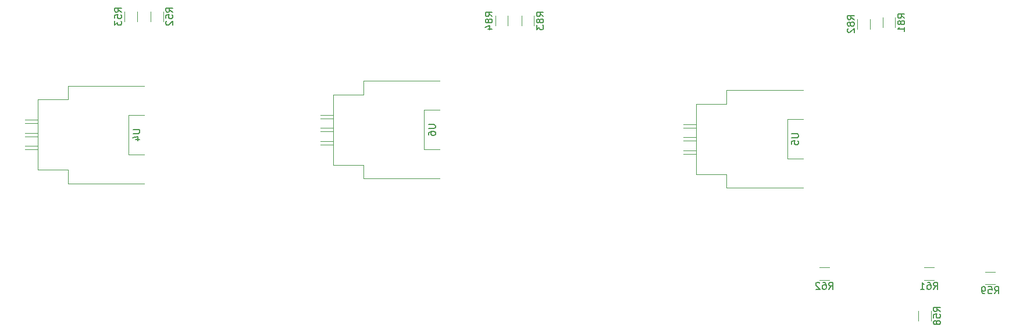
<source format=gbr>
%TF.GenerationSoftware,KiCad,Pcbnew,(5.1.10)-1*%
%TF.CreationDate,2022-02-15T22:19:06+02:00*%
%TF.ProjectId,SEM,53454d2e-6b69-4636-9164-5f7063625858,rev?*%
%TF.SameCoordinates,Original*%
%TF.FileFunction,Legend,Bot*%
%TF.FilePolarity,Positive*%
%FSLAX46Y46*%
G04 Gerber Fmt 4.6, Leading zero omitted, Abs format (unit mm)*
G04 Created by KiCad (PCBNEW (5.1.10)-1) date 2022-02-15 22:19:06*
%MOMM*%
%LPD*%
G01*
G04 APERTURE LIST*
%ADD10C,0.120000*%
%ADD11C,0.150000*%
G04 APERTURE END LIST*
D10*
%TO.C,R82*%
X165375000Y-93064436D02*
X165375000Y-94518564D01*
X163555000Y-93064436D02*
X163555000Y-94518564D01*
%TO.C,U4*%
X48620000Y-102815000D02*
X59740000Y-102815000D01*
X48620000Y-117055000D02*
X59740000Y-117055000D01*
X48620000Y-104815000D02*
X48620000Y-102815000D01*
X48620000Y-115055000D02*
X48620000Y-117055000D01*
X57460000Y-107055000D02*
X59740000Y-107055000D01*
X57460000Y-112815000D02*
X59740000Y-112815000D01*
X57460000Y-112815000D02*
X57460000Y-107055000D01*
X44220000Y-104815000D02*
X44220000Y-115055000D01*
X44220000Y-115055000D02*
X48620000Y-115055000D01*
X44220000Y-104815000D02*
X48620000Y-104815000D01*
X44220000Y-108280000D02*
X42340000Y-108280000D01*
X44220000Y-110190000D02*
X42340000Y-110190000D01*
X44220000Y-112100000D02*
X42340000Y-112100000D01*
X44220000Y-111590000D02*
X42340000Y-111590000D01*
X44220000Y-109680000D02*
X42340000Y-109680000D01*
X44220000Y-107770000D02*
X42340000Y-107770000D01*
%TO.C,U5*%
X144505000Y-103450000D02*
X155625000Y-103450000D01*
X144505000Y-117690000D02*
X155625000Y-117690000D01*
X144505000Y-105450000D02*
X144505000Y-103450000D01*
X144505000Y-115690000D02*
X144505000Y-117690000D01*
X153345000Y-107690000D02*
X155625000Y-107690000D01*
X153345000Y-113450000D02*
X155625000Y-113450000D01*
X153345000Y-113450000D02*
X153345000Y-107690000D01*
X140105000Y-105450000D02*
X140105000Y-115690000D01*
X140105000Y-115690000D02*
X144505000Y-115690000D01*
X140105000Y-105450000D02*
X144505000Y-105450000D01*
X140105000Y-108915000D02*
X138225000Y-108915000D01*
X140105000Y-110825000D02*
X138225000Y-110825000D01*
X140105000Y-112735000D02*
X138225000Y-112735000D01*
X140105000Y-112225000D02*
X138225000Y-112225000D01*
X140105000Y-110315000D02*
X138225000Y-110315000D01*
X140105000Y-108405000D02*
X138225000Y-108405000D01*
%TO.C,R59*%
X182152936Y-131720000D02*
X183607064Y-131720000D01*
X182152936Y-129900000D02*
X183607064Y-129900000D01*
%TO.C,R62*%
X158022936Y-131085000D02*
X159477064Y-131085000D01*
X158022936Y-129265000D02*
X159477064Y-129265000D01*
%TO.C,R53*%
X56875000Y-91982936D02*
X56875000Y-93437064D01*
X58695000Y-91982936D02*
X58695000Y-93437064D01*
%TO.C,R52*%
X62505000Y-93437064D02*
X62505000Y-91982936D01*
X60685000Y-93437064D02*
X60685000Y-91982936D01*
%TO.C,U6*%
X91635000Y-102095000D02*
X102755000Y-102095000D01*
X91635000Y-116335000D02*
X102755000Y-116335000D01*
X91635000Y-104095000D02*
X91635000Y-102095000D01*
X91635000Y-114335000D02*
X91635000Y-116335000D01*
X100475000Y-106335000D02*
X102755000Y-106335000D01*
X100475000Y-112095000D02*
X102755000Y-112095000D01*
X100475000Y-112095000D02*
X100475000Y-106335000D01*
X87235000Y-104095000D02*
X87235000Y-114335000D01*
X87235000Y-114335000D02*
X91635000Y-114335000D01*
X87235000Y-104095000D02*
X91635000Y-104095000D01*
X87235000Y-107560000D02*
X85355000Y-107560000D01*
X87235000Y-109470000D02*
X85355000Y-109470000D01*
X87235000Y-111380000D02*
X85355000Y-111380000D01*
X87235000Y-110870000D02*
X85355000Y-110870000D01*
X87235000Y-108960000D02*
X85355000Y-108960000D01*
X87235000Y-107050000D02*
X85355000Y-107050000D01*
%TO.C,R58*%
X174265000Y-137059564D02*
X174265000Y-135605436D01*
X172445000Y-137059564D02*
X172445000Y-135605436D01*
%TO.C,R84*%
X110850000Y-92617936D02*
X110850000Y-94072064D01*
X112670000Y-92617936D02*
X112670000Y-94072064D01*
%TO.C,R83*%
X116480000Y-94072064D02*
X116480000Y-92617936D01*
X114660000Y-94072064D02*
X114660000Y-92617936D01*
%TO.C,R61*%
X173262936Y-131085000D02*
X174717064Y-131085000D01*
X173262936Y-129265000D02*
X174717064Y-129265000D01*
%TO.C,R81*%
X167238000Y-94326064D02*
X167238000Y-92871936D01*
X169058000Y-94326064D02*
X169058000Y-92871936D01*
%TO.C,R82*%
D11*
X163097380Y-93148642D02*
X162621190Y-92815309D01*
X163097380Y-92577214D02*
X162097380Y-92577214D01*
X162097380Y-92958166D01*
X162145000Y-93053404D01*
X162192619Y-93101023D01*
X162287857Y-93148642D01*
X162430714Y-93148642D01*
X162525952Y-93101023D01*
X162573571Y-93053404D01*
X162621190Y-92958166D01*
X162621190Y-92577214D01*
X162525952Y-93720071D02*
X162478333Y-93624833D01*
X162430714Y-93577214D01*
X162335476Y-93529595D01*
X162287857Y-93529595D01*
X162192619Y-93577214D01*
X162145000Y-93624833D01*
X162097380Y-93720071D01*
X162097380Y-93910547D01*
X162145000Y-94005785D01*
X162192619Y-94053404D01*
X162287857Y-94101023D01*
X162335476Y-94101023D01*
X162430714Y-94053404D01*
X162478333Y-94005785D01*
X162525952Y-93910547D01*
X162525952Y-93720071D01*
X162573571Y-93624833D01*
X162621190Y-93577214D01*
X162716428Y-93529595D01*
X162906904Y-93529595D01*
X163002142Y-93577214D01*
X163049761Y-93624833D01*
X163097380Y-93720071D01*
X163097380Y-93910547D01*
X163049761Y-94005785D01*
X163002142Y-94053404D01*
X162906904Y-94101023D01*
X162716428Y-94101023D01*
X162621190Y-94053404D01*
X162573571Y-94005785D01*
X162525952Y-93910547D01*
X162192619Y-94481976D02*
X162145000Y-94529595D01*
X162097380Y-94624833D01*
X162097380Y-94862928D01*
X162145000Y-94958166D01*
X162192619Y-95005785D01*
X162287857Y-95053404D01*
X162383095Y-95053404D01*
X162525952Y-95005785D01*
X163097380Y-94434357D01*
X163097380Y-95053404D01*
%TO.C,U4*%
X58092380Y-109173095D02*
X58901904Y-109173095D01*
X58997142Y-109220714D01*
X59044761Y-109268333D01*
X59092380Y-109363571D01*
X59092380Y-109554047D01*
X59044761Y-109649285D01*
X58997142Y-109696904D01*
X58901904Y-109744523D01*
X58092380Y-109744523D01*
X58425714Y-110649285D02*
X59092380Y-110649285D01*
X58044761Y-110411190D02*
X58759047Y-110173095D01*
X58759047Y-110792142D01*
%TO.C,U5*%
X153977380Y-109808095D02*
X154786904Y-109808095D01*
X154882142Y-109855714D01*
X154929761Y-109903333D01*
X154977380Y-109998571D01*
X154977380Y-110189047D01*
X154929761Y-110284285D01*
X154882142Y-110331904D01*
X154786904Y-110379523D01*
X153977380Y-110379523D01*
X153977380Y-111331904D02*
X153977380Y-110855714D01*
X154453571Y-110808095D01*
X154405952Y-110855714D01*
X154358333Y-110950952D01*
X154358333Y-111189047D01*
X154405952Y-111284285D01*
X154453571Y-111331904D01*
X154548809Y-111379523D01*
X154786904Y-111379523D01*
X154882142Y-111331904D01*
X154929761Y-111284285D01*
X154977380Y-111189047D01*
X154977380Y-110950952D01*
X154929761Y-110855714D01*
X154882142Y-110808095D01*
%TO.C,R59*%
X183522857Y-133082380D02*
X183856190Y-132606190D01*
X184094285Y-133082380D02*
X184094285Y-132082380D01*
X183713333Y-132082380D01*
X183618095Y-132130000D01*
X183570476Y-132177619D01*
X183522857Y-132272857D01*
X183522857Y-132415714D01*
X183570476Y-132510952D01*
X183618095Y-132558571D01*
X183713333Y-132606190D01*
X184094285Y-132606190D01*
X182618095Y-132082380D02*
X183094285Y-132082380D01*
X183141904Y-132558571D01*
X183094285Y-132510952D01*
X182999047Y-132463333D01*
X182760952Y-132463333D01*
X182665714Y-132510952D01*
X182618095Y-132558571D01*
X182570476Y-132653809D01*
X182570476Y-132891904D01*
X182618095Y-132987142D01*
X182665714Y-133034761D01*
X182760952Y-133082380D01*
X182999047Y-133082380D01*
X183094285Y-133034761D01*
X183141904Y-132987142D01*
X182094285Y-133082380D02*
X181903809Y-133082380D01*
X181808571Y-133034761D01*
X181760952Y-132987142D01*
X181665714Y-132844285D01*
X181618095Y-132653809D01*
X181618095Y-132272857D01*
X181665714Y-132177619D01*
X181713333Y-132130000D01*
X181808571Y-132082380D01*
X181999047Y-132082380D01*
X182094285Y-132130000D01*
X182141904Y-132177619D01*
X182189523Y-132272857D01*
X182189523Y-132510952D01*
X182141904Y-132606190D01*
X182094285Y-132653809D01*
X181999047Y-132701428D01*
X181808571Y-132701428D01*
X181713333Y-132653809D01*
X181665714Y-132606190D01*
X181618095Y-132510952D01*
%TO.C,R62*%
X159392857Y-132447380D02*
X159726190Y-131971190D01*
X159964285Y-132447380D02*
X159964285Y-131447380D01*
X159583333Y-131447380D01*
X159488095Y-131495000D01*
X159440476Y-131542619D01*
X159392857Y-131637857D01*
X159392857Y-131780714D01*
X159440476Y-131875952D01*
X159488095Y-131923571D01*
X159583333Y-131971190D01*
X159964285Y-131971190D01*
X158535714Y-131447380D02*
X158726190Y-131447380D01*
X158821428Y-131495000D01*
X158869047Y-131542619D01*
X158964285Y-131685476D01*
X159011904Y-131875952D01*
X159011904Y-132256904D01*
X158964285Y-132352142D01*
X158916666Y-132399761D01*
X158821428Y-132447380D01*
X158630952Y-132447380D01*
X158535714Y-132399761D01*
X158488095Y-132352142D01*
X158440476Y-132256904D01*
X158440476Y-132018809D01*
X158488095Y-131923571D01*
X158535714Y-131875952D01*
X158630952Y-131828333D01*
X158821428Y-131828333D01*
X158916666Y-131875952D01*
X158964285Y-131923571D01*
X159011904Y-132018809D01*
X158059523Y-131542619D02*
X158011904Y-131495000D01*
X157916666Y-131447380D01*
X157678571Y-131447380D01*
X157583333Y-131495000D01*
X157535714Y-131542619D01*
X157488095Y-131637857D01*
X157488095Y-131733095D01*
X157535714Y-131875952D01*
X158107142Y-132447380D01*
X157488095Y-132447380D01*
%TO.C,R53*%
X56417380Y-92067142D02*
X55941190Y-91733809D01*
X56417380Y-91495714D02*
X55417380Y-91495714D01*
X55417380Y-91876666D01*
X55465000Y-91971904D01*
X55512619Y-92019523D01*
X55607857Y-92067142D01*
X55750714Y-92067142D01*
X55845952Y-92019523D01*
X55893571Y-91971904D01*
X55941190Y-91876666D01*
X55941190Y-91495714D01*
X55417380Y-92971904D02*
X55417380Y-92495714D01*
X55893571Y-92448095D01*
X55845952Y-92495714D01*
X55798333Y-92590952D01*
X55798333Y-92829047D01*
X55845952Y-92924285D01*
X55893571Y-92971904D01*
X55988809Y-93019523D01*
X56226904Y-93019523D01*
X56322142Y-92971904D01*
X56369761Y-92924285D01*
X56417380Y-92829047D01*
X56417380Y-92590952D01*
X56369761Y-92495714D01*
X56322142Y-92448095D01*
X55417380Y-93352857D02*
X55417380Y-93971904D01*
X55798333Y-93638571D01*
X55798333Y-93781428D01*
X55845952Y-93876666D01*
X55893571Y-93924285D01*
X55988809Y-93971904D01*
X56226904Y-93971904D01*
X56322142Y-93924285D01*
X56369761Y-93876666D01*
X56417380Y-93781428D01*
X56417380Y-93495714D01*
X56369761Y-93400476D01*
X56322142Y-93352857D01*
%TO.C,R52*%
X63867380Y-92067142D02*
X63391190Y-91733809D01*
X63867380Y-91495714D02*
X62867380Y-91495714D01*
X62867380Y-91876666D01*
X62915000Y-91971904D01*
X62962619Y-92019523D01*
X63057857Y-92067142D01*
X63200714Y-92067142D01*
X63295952Y-92019523D01*
X63343571Y-91971904D01*
X63391190Y-91876666D01*
X63391190Y-91495714D01*
X62867380Y-92971904D02*
X62867380Y-92495714D01*
X63343571Y-92448095D01*
X63295952Y-92495714D01*
X63248333Y-92590952D01*
X63248333Y-92829047D01*
X63295952Y-92924285D01*
X63343571Y-92971904D01*
X63438809Y-93019523D01*
X63676904Y-93019523D01*
X63772142Y-92971904D01*
X63819761Y-92924285D01*
X63867380Y-92829047D01*
X63867380Y-92590952D01*
X63819761Y-92495714D01*
X63772142Y-92448095D01*
X62962619Y-93400476D02*
X62915000Y-93448095D01*
X62867380Y-93543333D01*
X62867380Y-93781428D01*
X62915000Y-93876666D01*
X62962619Y-93924285D01*
X63057857Y-93971904D01*
X63153095Y-93971904D01*
X63295952Y-93924285D01*
X63867380Y-93352857D01*
X63867380Y-93971904D01*
%TO.C,U6*%
X101107380Y-108453095D02*
X101916904Y-108453095D01*
X102012142Y-108500714D01*
X102059761Y-108548333D01*
X102107380Y-108643571D01*
X102107380Y-108834047D01*
X102059761Y-108929285D01*
X102012142Y-108976904D01*
X101916904Y-109024523D01*
X101107380Y-109024523D01*
X101107380Y-109929285D02*
X101107380Y-109738809D01*
X101155000Y-109643571D01*
X101202619Y-109595952D01*
X101345476Y-109500714D01*
X101535952Y-109453095D01*
X101916904Y-109453095D01*
X102012142Y-109500714D01*
X102059761Y-109548333D01*
X102107380Y-109643571D01*
X102107380Y-109834047D01*
X102059761Y-109929285D01*
X102012142Y-109976904D01*
X101916904Y-110024523D01*
X101678809Y-110024523D01*
X101583571Y-109976904D01*
X101535952Y-109929285D01*
X101488333Y-109834047D01*
X101488333Y-109643571D01*
X101535952Y-109548333D01*
X101583571Y-109500714D01*
X101678809Y-109453095D01*
%TO.C,R58*%
X175627380Y-135689642D02*
X175151190Y-135356309D01*
X175627380Y-135118214D02*
X174627380Y-135118214D01*
X174627380Y-135499166D01*
X174675000Y-135594404D01*
X174722619Y-135642023D01*
X174817857Y-135689642D01*
X174960714Y-135689642D01*
X175055952Y-135642023D01*
X175103571Y-135594404D01*
X175151190Y-135499166D01*
X175151190Y-135118214D01*
X174627380Y-136594404D02*
X174627380Y-136118214D01*
X175103571Y-136070595D01*
X175055952Y-136118214D01*
X175008333Y-136213452D01*
X175008333Y-136451547D01*
X175055952Y-136546785D01*
X175103571Y-136594404D01*
X175198809Y-136642023D01*
X175436904Y-136642023D01*
X175532142Y-136594404D01*
X175579761Y-136546785D01*
X175627380Y-136451547D01*
X175627380Y-136213452D01*
X175579761Y-136118214D01*
X175532142Y-136070595D01*
X175055952Y-137213452D02*
X175008333Y-137118214D01*
X174960714Y-137070595D01*
X174865476Y-137022976D01*
X174817857Y-137022976D01*
X174722619Y-137070595D01*
X174675000Y-137118214D01*
X174627380Y-137213452D01*
X174627380Y-137403928D01*
X174675000Y-137499166D01*
X174722619Y-137546785D01*
X174817857Y-137594404D01*
X174865476Y-137594404D01*
X174960714Y-137546785D01*
X175008333Y-137499166D01*
X175055952Y-137403928D01*
X175055952Y-137213452D01*
X175103571Y-137118214D01*
X175151190Y-137070595D01*
X175246428Y-137022976D01*
X175436904Y-137022976D01*
X175532142Y-137070595D01*
X175579761Y-137118214D01*
X175627380Y-137213452D01*
X175627380Y-137403928D01*
X175579761Y-137499166D01*
X175532142Y-137546785D01*
X175436904Y-137594404D01*
X175246428Y-137594404D01*
X175151190Y-137546785D01*
X175103571Y-137499166D01*
X175055952Y-137403928D01*
%TO.C,R84*%
X110392380Y-92702142D02*
X109916190Y-92368809D01*
X110392380Y-92130714D02*
X109392380Y-92130714D01*
X109392380Y-92511666D01*
X109440000Y-92606904D01*
X109487619Y-92654523D01*
X109582857Y-92702142D01*
X109725714Y-92702142D01*
X109820952Y-92654523D01*
X109868571Y-92606904D01*
X109916190Y-92511666D01*
X109916190Y-92130714D01*
X109820952Y-93273571D02*
X109773333Y-93178333D01*
X109725714Y-93130714D01*
X109630476Y-93083095D01*
X109582857Y-93083095D01*
X109487619Y-93130714D01*
X109440000Y-93178333D01*
X109392380Y-93273571D01*
X109392380Y-93464047D01*
X109440000Y-93559285D01*
X109487619Y-93606904D01*
X109582857Y-93654523D01*
X109630476Y-93654523D01*
X109725714Y-93606904D01*
X109773333Y-93559285D01*
X109820952Y-93464047D01*
X109820952Y-93273571D01*
X109868571Y-93178333D01*
X109916190Y-93130714D01*
X110011428Y-93083095D01*
X110201904Y-93083095D01*
X110297142Y-93130714D01*
X110344761Y-93178333D01*
X110392380Y-93273571D01*
X110392380Y-93464047D01*
X110344761Y-93559285D01*
X110297142Y-93606904D01*
X110201904Y-93654523D01*
X110011428Y-93654523D01*
X109916190Y-93606904D01*
X109868571Y-93559285D01*
X109820952Y-93464047D01*
X109725714Y-94511666D02*
X110392380Y-94511666D01*
X109344761Y-94273571D02*
X110059047Y-94035476D01*
X110059047Y-94654523D01*
%TO.C,R83*%
X117842380Y-92702142D02*
X117366190Y-92368809D01*
X117842380Y-92130714D02*
X116842380Y-92130714D01*
X116842380Y-92511666D01*
X116890000Y-92606904D01*
X116937619Y-92654523D01*
X117032857Y-92702142D01*
X117175714Y-92702142D01*
X117270952Y-92654523D01*
X117318571Y-92606904D01*
X117366190Y-92511666D01*
X117366190Y-92130714D01*
X117270952Y-93273571D02*
X117223333Y-93178333D01*
X117175714Y-93130714D01*
X117080476Y-93083095D01*
X117032857Y-93083095D01*
X116937619Y-93130714D01*
X116890000Y-93178333D01*
X116842380Y-93273571D01*
X116842380Y-93464047D01*
X116890000Y-93559285D01*
X116937619Y-93606904D01*
X117032857Y-93654523D01*
X117080476Y-93654523D01*
X117175714Y-93606904D01*
X117223333Y-93559285D01*
X117270952Y-93464047D01*
X117270952Y-93273571D01*
X117318571Y-93178333D01*
X117366190Y-93130714D01*
X117461428Y-93083095D01*
X117651904Y-93083095D01*
X117747142Y-93130714D01*
X117794761Y-93178333D01*
X117842380Y-93273571D01*
X117842380Y-93464047D01*
X117794761Y-93559285D01*
X117747142Y-93606904D01*
X117651904Y-93654523D01*
X117461428Y-93654523D01*
X117366190Y-93606904D01*
X117318571Y-93559285D01*
X117270952Y-93464047D01*
X116842380Y-93987857D02*
X116842380Y-94606904D01*
X117223333Y-94273571D01*
X117223333Y-94416428D01*
X117270952Y-94511666D01*
X117318571Y-94559285D01*
X117413809Y-94606904D01*
X117651904Y-94606904D01*
X117747142Y-94559285D01*
X117794761Y-94511666D01*
X117842380Y-94416428D01*
X117842380Y-94130714D01*
X117794761Y-94035476D01*
X117747142Y-93987857D01*
%TO.C,R61*%
X174632857Y-132447380D02*
X174966190Y-131971190D01*
X175204285Y-132447380D02*
X175204285Y-131447380D01*
X174823333Y-131447380D01*
X174728095Y-131495000D01*
X174680476Y-131542619D01*
X174632857Y-131637857D01*
X174632857Y-131780714D01*
X174680476Y-131875952D01*
X174728095Y-131923571D01*
X174823333Y-131971190D01*
X175204285Y-131971190D01*
X173775714Y-131447380D02*
X173966190Y-131447380D01*
X174061428Y-131495000D01*
X174109047Y-131542619D01*
X174204285Y-131685476D01*
X174251904Y-131875952D01*
X174251904Y-132256904D01*
X174204285Y-132352142D01*
X174156666Y-132399761D01*
X174061428Y-132447380D01*
X173870952Y-132447380D01*
X173775714Y-132399761D01*
X173728095Y-132352142D01*
X173680476Y-132256904D01*
X173680476Y-132018809D01*
X173728095Y-131923571D01*
X173775714Y-131875952D01*
X173870952Y-131828333D01*
X174061428Y-131828333D01*
X174156666Y-131875952D01*
X174204285Y-131923571D01*
X174251904Y-132018809D01*
X172728095Y-132447380D02*
X173299523Y-132447380D01*
X173013809Y-132447380D02*
X173013809Y-131447380D01*
X173109047Y-131590238D01*
X173204285Y-131685476D01*
X173299523Y-131733095D01*
%TO.C,R81*%
X170420380Y-92956142D02*
X169944190Y-92622809D01*
X170420380Y-92384714D02*
X169420380Y-92384714D01*
X169420380Y-92765666D01*
X169468000Y-92860904D01*
X169515619Y-92908523D01*
X169610857Y-92956142D01*
X169753714Y-92956142D01*
X169848952Y-92908523D01*
X169896571Y-92860904D01*
X169944190Y-92765666D01*
X169944190Y-92384714D01*
X169848952Y-93527571D02*
X169801333Y-93432333D01*
X169753714Y-93384714D01*
X169658476Y-93337095D01*
X169610857Y-93337095D01*
X169515619Y-93384714D01*
X169468000Y-93432333D01*
X169420380Y-93527571D01*
X169420380Y-93718047D01*
X169468000Y-93813285D01*
X169515619Y-93860904D01*
X169610857Y-93908523D01*
X169658476Y-93908523D01*
X169753714Y-93860904D01*
X169801333Y-93813285D01*
X169848952Y-93718047D01*
X169848952Y-93527571D01*
X169896571Y-93432333D01*
X169944190Y-93384714D01*
X170039428Y-93337095D01*
X170229904Y-93337095D01*
X170325142Y-93384714D01*
X170372761Y-93432333D01*
X170420380Y-93527571D01*
X170420380Y-93718047D01*
X170372761Y-93813285D01*
X170325142Y-93860904D01*
X170229904Y-93908523D01*
X170039428Y-93908523D01*
X169944190Y-93860904D01*
X169896571Y-93813285D01*
X169848952Y-93718047D01*
X170420380Y-94860904D02*
X170420380Y-94289476D01*
X170420380Y-94575190D02*
X169420380Y-94575190D01*
X169563238Y-94479952D01*
X169658476Y-94384714D01*
X169706095Y-94289476D01*
%TD*%
M02*

</source>
